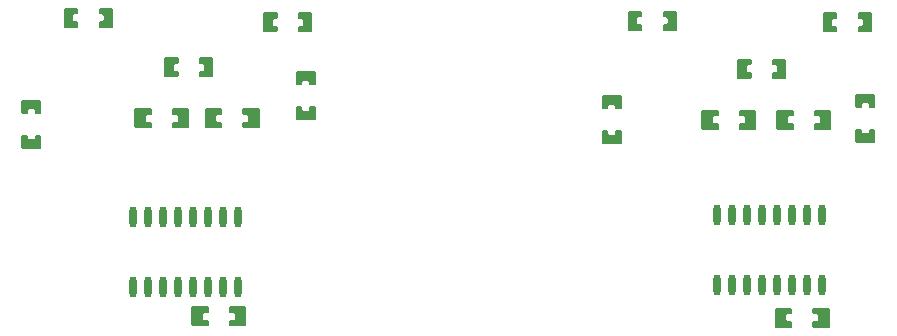
<source format=gtp>
G04 Layer: TopPasteMaskLayer*
G04 EasyEDA v6.5.23, 2023-05-04 17:13:00*
G04 607db096b8b445a3a5bfbfc94cd9f4cc,a707f60854a14c978b55351e1b3b8125,10*
G04 Gerber Generator version 0.2*
G04 Scale: 100 percent, Rotated: No, Reflected: No *
G04 Dimensions in millimeters *
G04 leading zeros omitted , absolute positions ,4 integer and 5 decimal *
%FSLAX45Y45*%
%MOMM*%

%ADD10O,0.5999988X1.7999964*%

%LPD*%
G36*
X7587996Y-3177489D02*
G01*
X7577988Y-3187496D01*
X7577988Y-3224530D01*
X7587996Y-3234537D01*
X7618475Y-3234537D01*
X7628483Y-3244545D01*
X7628483Y-3283254D01*
X7618475Y-3293262D01*
X7587996Y-3293262D01*
X7577988Y-3303270D01*
X7577988Y-3340303D01*
X7587996Y-3350310D01*
X7716520Y-3350310D01*
X7726476Y-3340303D01*
X7726476Y-3187496D01*
X7716520Y-3177489D01*
G37*
G36*
X7269480Y-3177489D02*
G01*
X7259523Y-3187496D01*
X7259523Y-3340303D01*
X7269480Y-3350310D01*
X7398003Y-3350310D01*
X7408011Y-3340303D01*
X7408011Y-3303270D01*
X7398003Y-3293262D01*
X7367524Y-3293262D01*
X7357516Y-3283254D01*
X7357516Y-3244545D01*
X7367524Y-3234537D01*
X7398003Y-3234537D01*
X7408011Y-3224530D01*
X7408011Y-3187496D01*
X7398003Y-3177489D01*
G37*
G36*
X2443480Y-1488389D02*
G01*
X2433523Y-1498396D01*
X2433523Y-1651203D01*
X2443480Y-1661210D01*
X2572004Y-1661210D01*
X2582011Y-1651203D01*
X2582011Y-1614170D01*
X2572004Y-1604162D01*
X2541524Y-1604162D01*
X2531516Y-1594154D01*
X2531516Y-1555445D01*
X2541524Y-1545437D01*
X2572004Y-1545437D01*
X2582011Y-1535430D01*
X2582011Y-1498396D01*
X2572004Y-1488389D01*
G37*
G36*
X2761996Y-1488389D02*
G01*
X2751988Y-1498396D01*
X2751988Y-1535430D01*
X2761996Y-1545437D01*
X2792476Y-1545437D01*
X2802483Y-1555445D01*
X2802483Y-1594154D01*
X2792476Y-1604162D01*
X2761996Y-1604162D01*
X2751988Y-1614170D01*
X2751988Y-1651203D01*
X2761996Y-1661210D01*
X2890520Y-1661210D01*
X2900476Y-1651203D01*
X2900476Y-1498396D01*
X2890520Y-1488389D01*
G37*
G36*
X2165096Y-1488389D02*
G01*
X2155088Y-1498396D01*
X2155088Y-1535430D01*
X2165096Y-1545437D01*
X2195576Y-1545437D01*
X2205583Y-1555445D01*
X2205583Y-1594154D01*
X2195576Y-1604162D01*
X2165096Y-1604162D01*
X2155088Y-1614170D01*
X2155088Y-1651203D01*
X2165096Y-1661210D01*
X2293620Y-1661210D01*
X2303576Y-1651203D01*
X2303576Y-1498396D01*
X2293620Y-1488389D01*
G37*
G36*
X1846580Y-1488389D02*
G01*
X1836623Y-1498396D01*
X1836623Y-1651203D01*
X1846580Y-1661210D01*
X1975104Y-1661210D01*
X1985111Y-1651203D01*
X1985111Y-1614170D01*
X1975104Y-1604162D01*
X1944624Y-1604162D01*
X1934616Y-1594154D01*
X1934616Y-1555445D01*
X1944624Y-1545437D01*
X1975104Y-1545437D01*
X1985111Y-1535430D01*
X1985111Y-1498396D01*
X1975104Y-1488389D01*
G37*
G36*
X6965696Y-1501089D02*
G01*
X6955688Y-1511096D01*
X6955688Y-1548130D01*
X6965696Y-1558137D01*
X6996175Y-1558137D01*
X7006183Y-1568145D01*
X7006183Y-1606854D01*
X6996175Y-1616862D01*
X6965696Y-1616862D01*
X6955688Y-1626870D01*
X6955688Y-1663903D01*
X6965696Y-1673910D01*
X7094220Y-1673910D01*
X7104176Y-1663903D01*
X7104176Y-1511096D01*
X7094220Y-1501089D01*
G37*
G36*
X6647180Y-1501089D02*
G01*
X6637223Y-1511096D01*
X6637223Y-1663903D01*
X6647180Y-1673910D01*
X6775703Y-1673910D01*
X6785711Y-1663903D01*
X6785711Y-1626870D01*
X6775703Y-1616862D01*
X6745224Y-1616862D01*
X6735216Y-1606854D01*
X6735216Y-1568145D01*
X6745224Y-1558137D01*
X6775703Y-1558137D01*
X6785711Y-1548130D01*
X6785711Y-1511096D01*
X6775703Y-1501089D01*
G37*
G36*
X7282180Y-1501089D02*
G01*
X7272223Y-1511096D01*
X7272223Y-1663903D01*
X7282180Y-1673910D01*
X7410703Y-1673910D01*
X7420711Y-1663903D01*
X7420711Y-1626870D01*
X7410703Y-1616862D01*
X7380224Y-1616862D01*
X7370216Y-1606854D01*
X7370216Y-1568145D01*
X7380224Y-1558137D01*
X7410703Y-1558137D01*
X7420711Y-1548130D01*
X7420711Y-1511096D01*
X7410703Y-1501089D01*
G37*
G36*
X7600696Y-1501089D02*
G01*
X7590688Y-1511096D01*
X7590688Y-1548130D01*
X7600696Y-1558137D01*
X7631175Y-1558137D01*
X7641183Y-1568145D01*
X7641183Y-1606854D01*
X7631175Y-1616862D01*
X7600696Y-1616862D01*
X7590688Y-1626870D01*
X7590688Y-1663903D01*
X7600696Y-1673910D01*
X7729220Y-1673910D01*
X7739176Y-1663903D01*
X7739176Y-1511096D01*
X7729220Y-1501089D01*
G37*
G36*
X2329180Y-3164789D02*
G01*
X2319223Y-3174796D01*
X2319223Y-3327603D01*
X2329180Y-3337610D01*
X2457704Y-3337610D01*
X2467711Y-3327603D01*
X2467711Y-3290570D01*
X2457704Y-3280562D01*
X2427224Y-3280562D01*
X2417216Y-3270554D01*
X2417216Y-3231845D01*
X2427224Y-3221837D01*
X2457704Y-3221837D01*
X2467711Y-3211830D01*
X2467711Y-3174796D01*
X2457704Y-3164789D01*
G37*
G36*
X2647696Y-3164789D02*
G01*
X2637688Y-3174796D01*
X2637688Y-3211830D01*
X2647696Y-3221837D01*
X2678176Y-3221837D01*
X2688183Y-3231845D01*
X2688183Y-3270554D01*
X2678176Y-3280562D01*
X2647696Y-3280562D01*
X2637688Y-3290570D01*
X2637688Y-3327603D01*
X2647696Y-3337610D01*
X2776220Y-3337610D01*
X2786176Y-3327603D01*
X2786176Y-3174796D01*
X2776220Y-3164789D01*
G37*
G36*
X3214268Y-1176070D02*
G01*
X3204260Y-1186027D01*
X3204260Y-1286814D01*
X3214268Y-1296822D01*
X3250387Y-1296822D01*
X3260394Y-1286814D01*
X3260394Y-1265732D01*
X3270402Y-1255725D01*
X3308197Y-1255725D01*
X3318205Y-1265732D01*
X3318205Y-1286814D01*
X3328212Y-1296822D01*
X3364331Y-1296822D01*
X3374339Y-1286814D01*
X3374339Y-1186027D01*
X3364331Y-1176070D01*
G37*
G36*
X3214268Y-1471777D02*
G01*
X3204260Y-1481785D01*
X3204260Y-1582572D01*
X3214268Y-1592529D01*
X3364331Y-1592529D01*
X3374339Y-1582572D01*
X3374339Y-1481785D01*
X3364331Y-1471777D01*
X3328212Y-1471777D01*
X3318205Y-1481785D01*
X3318205Y-1502867D01*
X3308197Y-1512874D01*
X3270402Y-1512874D01*
X3260394Y-1502867D01*
X3260394Y-1481785D01*
X3250387Y-1471777D01*
G37*
G36*
X890168Y-1417370D02*
G01*
X880160Y-1427327D01*
X880160Y-1528114D01*
X890168Y-1538122D01*
X926287Y-1538122D01*
X936294Y-1528114D01*
X936294Y-1507032D01*
X946302Y-1497025D01*
X984097Y-1497025D01*
X994105Y-1507032D01*
X994105Y-1528114D01*
X1004112Y-1538122D01*
X1040231Y-1538122D01*
X1050239Y-1528114D01*
X1050239Y-1427327D01*
X1040231Y-1417370D01*
G37*
G36*
X890168Y-1713077D02*
G01*
X880160Y-1723085D01*
X880160Y-1823872D01*
X890168Y-1833829D01*
X1040231Y-1833829D01*
X1050239Y-1823872D01*
X1050239Y-1723085D01*
X1040231Y-1713077D01*
X1004112Y-1713077D01*
X994105Y-1723085D01*
X994105Y-1744167D01*
X984097Y-1754174D01*
X946302Y-1754174D01*
X936294Y-1744167D01*
X936294Y-1723085D01*
X926287Y-1713077D01*
G37*
G36*
X1249527Y-638860D02*
G01*
X1239570Y-648868D01*
X1239570Y-798931D01*
X1249527Y-808939D01*
X1350314Y-808939D01*
X1360322Y-798931D01*
X1360322Y-762812D01*
X1350314Y-752805D01*
X1329232Y-752805D01*
X1319225Y-742797D01*
X1319225Y-705002D01*
X1329232Y-694994D01*
X1350314Y-694994D01*
X1360322Y-684987D01*
X1360322Y-648868D01*
X1350314Y-638860D01*
G37*
G36*
X1545285Y-638860D02*
G01*
X1535277Y-648868D01*
X1535277Y-684987D01*
X1545285Y-694994D01*
X1566367Y-694994D01*
X1576374Y-705002D01*
X1576374Y-742797D01*
X1566367Y-752805D01*
X1545285Y-752805D01*
X1535277Y-762812D01*
X1535277Y-798931D01*
X1545285Y-808939D01*
X1646072Y-808939D01*
X1656029Y-798931D01*
X1656029Y-648868D01*
X1646072Y-638860D01*
G37*
G36*
X3234385Y-676960D02*
G01*
X3224377Y-686968D01*
X3224377Y-723087D01*
X3234385Y-733094D01*
X3255467Y-733094D01*
X3265474Y-743102D01*
X3265474Y-780897D01*
X3255467Y-790905D01*
X3234385Y-790905D01*
X3224377Y-800912D01*
X3224377Y-837031D01*
X3234385Y-847039D01*
X3335172Y-847039D01*
X3345129Y-837031D01*
X3345129Y-686968D01*
X3335172Y-676960D01*
G37*
G36*
X2938627Y-676960D02*
G01*
X2928670Y-686968D01*
X2928670Y-837031D01*
X2938627Y-847039D01*
X3039414Y-847039D01*
X3049422Y-837031D01*
X3049422Y-800912D01*
X3039414Y-790905D01*
X3018332Y-790905D01*
X3008325Y-780897D01*
X3008325Y-743102D01*
X3018332Y-733094D01*
X3039414Y-733094D01*
X3049422Y-723087D01*
X3049422Y-686968D01*
X3039414Y-676960D01*
G37*
G36*
X7971485Y-676960D02*
G01*
X7961477Y-686968D01*
X7961477Y-723087D01*
X7971485Y-733094D01*
X7992567Y-733094D01*
X8002574Y-743102D01*
X8002574Y-780897D01*
X7992567Y-790905D01*
X7971485Y-790905D01*
X7961477Y-800912D01*
X7961477Y-837031D01*
X7971485Y-847039D01*
X8072272Y-847039D01*
X8082229Y-837031D01*
X8082229Y-686968D01*
X8072272Y-676960D01*
G37*
G36*
X7675727Y-676960D02*
G01*
X7665770Y-686968D01*
X7665770Y-837031D01*
X7675727Y-847039D01*
X7776514Y-847039D01*
X7786522Y-837031D01*
X7786522Y-800912D01*
X7776514Y-790905D01*
X7755432Y-790905D01*
X7745425Y-780897D01*
X7745425Y-743102D01*
X7755432Y-733094D01*
X7776514Y-733094D01*
X7786522Y-723087D01*
X7786522Y-686968D01*
X7776514Y-676960D01*
G37*
G36*
X6024727Y-664260D02*
G01*
X6014770Y-674268D01*
X6014770Y-824331D01*
X6024727Y-834339D01*
X6125514Y-834339D01*
X6135522Y-824331D01*
X6135522Y-788212D01*
X6125514Y-778205D01*
X6104432Y-778205D01*
X6094425Y-768197D01*
X6094425Y-730402D01*
X6104432Y-720394D01*
X6125514Y-720394D01*
X6135522Y-710387D01*
X6135522Y-674268D01*
X6125514Y-664260D01*
G37*
G36*
X6320485Y-664260D02*
G01*
X6310477Y-674268D01*
X6310477Y-710387D01*
X6320485Y-720394D01*
X6341567Y-720394D01*
X6351574Y-730402D01*
X6351574Y-768197D01*
X6341567Y-778205D01*
X6320485Y-778205D01*
X6310477Y-788212D01*
X6310477Y-824331D01*
X6320485Y-834339D01*
X6421272Y-834339D01*
X6431229Y-824331D01*
X6431229Y-674268D01*
X6421272Y-664260D01*
G37*
G36*
X5805068Y-1379270D02*
G01*
X5795060Y-1389227D01*
X5795060Y-1490014D01*
X5805068Y-1500022D01*
X5841187Y-1500022D01*
X5851194Y-1490014D01*
X5851194Y-1468932D01*
X5861202Y-1458925D01*
X5898997Y-1458925D01*
X5909005Y-1468932D01*
X5909005Y-1490014D01*
X5919012Y-1500022D01*
X5955131Y-1500022D01*
X5965139Y-1490014D01*
X5965139Y-1389227D01*
X5955131Y-1379270D01*
G37*
G36*
X5805068Y-1674977D02*
G01*
X5795060Y-1684985D01*
X5795060Y-1785772D01*
X5805068Y-1795729D01*
X5955131Y-1795729D01*
X5965139Y-1785772D01*
X5965139Y-1684985D01*
X5955131Y-1674977D01*
X5919012Y-1674977D01*
X5909005Y-1684985D01*
X5909005Y-1706067D01*
X5898997Y-1716074D01*
X5861202Y-1716074D01*
X5851194Y-1706067D01*
X5851194Y-1684985D01*
X5841187Y-1674977D01*
G37*
G36*
X7951368Y-1366570D02*
G01*
X7941360Y-1376527D01*
X7941360Y-1477314D01*
X7951368Y-1487322D01*
X7987487Y-1487322D01*
X7997494Y-1477314D01*
X7997494Y-1456232D01*
X8007502Y-1446225D01*
X8045297Y-1446225D01*
X8055305Y-1456232D01*
X8055305Y-1477314D01*
X8065312Y-1487322D01*
X8101431Y-1487322D01*
X8111439Y-1477314D01*
X8111439Y-1376527D01*
X8101431Y-1366570D01*
G37*
G36*
X7951368Y-1662277D02*
G01*
X7941360Y-1672285D01*
X7941360Y-1773072D01*
X7951368Y-1783029D01*
X8101431Y-1783029D01*
X8111439Y-1773072D01*
X8111439Y-1672285D01*
X8101431Y-1662277D01*
X8065312Y-1662277D01*
X8055305Y-1672285D01*
X8055305Y-1693367D01*
X8045297Y-1703374D01*
X8007502Y-1703374D01*
X7997494Y-1693367D01*
X7997494Y-1672285D01*
X7987487Y-1662277D01*
G37*
G36*
X2396185Y-1057960D02*
G01*
X2386177Y-1067968D01*
X2386177Y-1104087D01*
X2396185Y-1114094D01*
X2417267Y-1114094D01*
X2427274Y-1124102D01*
X2427274Y-1161897D01*
X2417267Y-1171905D01*
X2396185Y-1171905D01*
X2386177Y-1181912D01*
X2386177Y-1218031D01*
X2396185Y-1228039D01*
X2496972Y-1228039D01*
X2506929Y-1218031D01*
X2506929Y-1067968D01*
X2496972Y-1057960D01*
G37*
G36*
X2100427Y-1057960D02*
G01*
X2090470Y-1067968D01*
X2090470Y-1218031D01*
X2100427Y-1228039D01*
X2201214Y-1228039D01*
X2211222Y-1218031D01*
X2211222Y-1181912D01*
X2201214Y-1171905D01*
X2180132Y-1171905D01*
X2170125Y-1161897D01*
X2170125Y-1124102D01*
X2180132Y-1114094D01*
X2201214Y-1114094D01*
X2211222Y-1104087D01*
X2211222Y-1067968D01*
X2201214Y-1057960D01*
G37*
G36*
X7247585Y-1070660D02*
G01*
X7237577Y-1080668D01*
X7237577Y-1116787D01*
X7247585Y-1126794D01*
X7268667Y-1126794D01*
X7278674Y-1136802D01*
X7278674Y-1174597D01*
X7268667Y-1184605D01*
X7247585Y-1184605D01*
X7237577Y-1194612D01*
X7237577Y-1230731D01*
X7247585Y-1240739D01*
X7348372Y-1240739D01*
X7358329Y-1230731D01*
X7358329Y-1080668D01*
X7348372Y-1070660D01*
G37*
G36*
X6951827Y-1070660D02*
G01*
X6941870Y-1080668D01*
X6941870Y-1230731D01*
X6951827Y-1240739D01*
X7052614Y-1240739D01*
X7062622Y-1230731D01*
X7062622Y-1194612D01*
X7052614Y-1184605D01*
X7031532Y-1184605D01*
X7021525Y-1174597D01*
X7021525Y-1136802D01*
X7031532Y-1126794D01*
X7052614Y-1126794D01*
X7062622Y-1116787D01*
X7062622Y-1080668D01*
X7052614Y-1070660D01*
G37*
D10*
G01*
X2717800Y-2407920D03*
G01*
X2590800Y-2407920D03*
G01*
X2463800Y-2407920D03*
G01*
X2336800Y-2407920D03*
G01*
X2209800Y-2407920D03*
G01*
X2082800Y-2407920D03*
G01*
X1955800Y-2407920D03*
G01*
X1828800Y-2407920D03*
G01*
X2717800Y-3002279D03*
G01*
X2590800Y-3002279D03*
G01*
X2463800Y-3002279D03*
G01*
X2336800Y-3002279D03*
G01*
X2209800Y-3002279D03*
G01*
X2082800Y-3002279D03*
G01*
X1955800Y-3002279D03*
G01*
X1828800Y-3002279D03*
G01*
X7658100Y-2395220D03*
G01*
X7531100Y-2395220D03*
G01*
X7404100Y-2395220D03*
G01*
X7277100Y-2395220D03*
G01*
X7150100Y-2395220D03*
G01*
X7023100Y-2395220D03*
G01*
X6896100Y-2395220D03*
G01*
X6769100Y-2395220D03*
G01*
X7658100Y-2989579D03*
G01*
X7531100Y-2989579D03*
G01*
X7404100Y-2989579D03*
G01*
X7277100Y-2989579D03*
G01*
X7150100Y-2989579D03*
G01*
X7023100Y-2989579D03*
G01*
X6896100Y-2989579D03*
G01*
X6769100Y-2989579D03*
M02*

</source>
